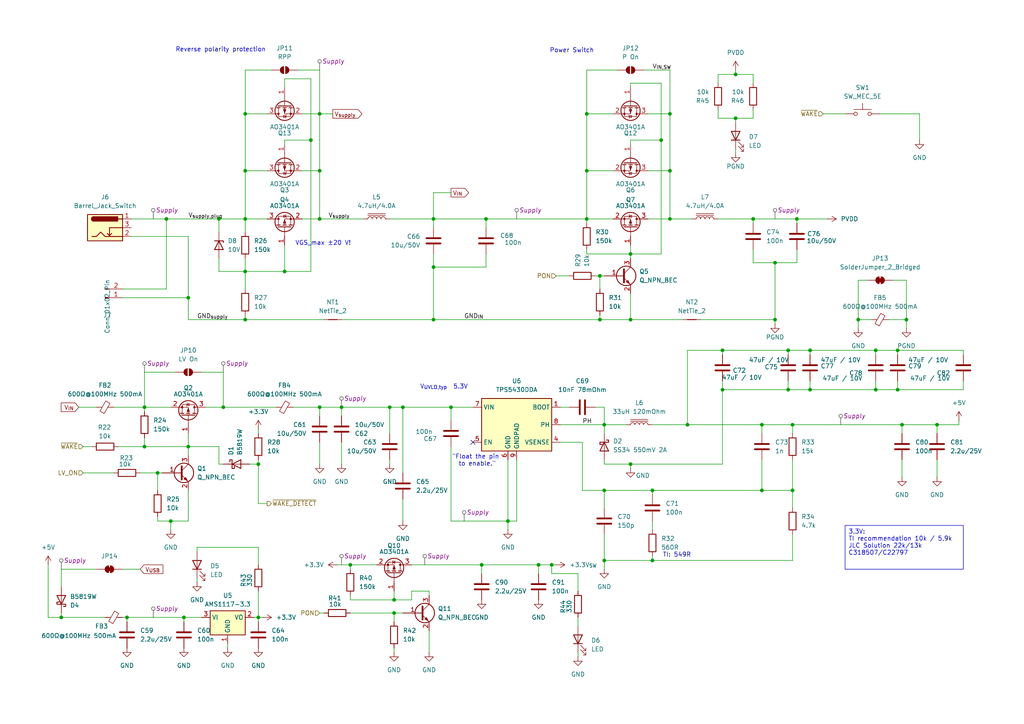
<source format=kicad_sch>
(kicad_sch (version 20231120) (generator "eeschema") (generator_version "8.0")
  (paper "A4")
  (junction (at 48.26 63.5))
  (junction (at 173.99 80.01))
  (junction (at 220.98 123.19))
  (junction (at 125.73 63.5))
  (junction (at 114.3 177.8))
  (junction (at 41.91 129.54))
  (junction (at 71.12 78.74))
  (junction (at 92.71 33.02))
  (junction (at 71.12 49.53))
  (junction (at 82.55 78.74))
  (junction (at 189.23 162.56))
  (junction (at 63.5 63.5))
  (junction (at 116.84 118.11))
  (junction (at 125.73 92.71))
  (junction (at 147.32 151.13))
  (junction (at 229.87 123.19))
  (junction (at 139.7 163.83))
  (junction (at 194.31 49.53))
  (junction (at 260.35 101.6))
  (junction (at 17.78 179.07))
  (junction (at 71.12 33.02))
  (junction (at 71.12 92.71))
  (junction (at 228.6 101.6))
  (junction (at 114.3 173.99))
  (junction (at 231.14 63.5))
  (junction (at 54.61 129.54))
  (junction (at 194.31 33.02))
  (junction (at 175.26 123.19))
  (junction (at 71.12 63.5))
  (junction (at 53.34 179.07))
  (junction (at 99.06 118.11))
  (junction (at 173.99 92.71))
  (junction (at 182.88 134.62))
  (junction (at 182.88 92.71))
  (junction (at 228.6 113.03))
  (junction (at 140.97 63.5))
  (junction (at 54.61 86.36))
  (junction (at 160.02 163.83))
  (junction (at 189.23 142.24))
  (junction (at 254 101.6))
  (junction (at 92.71 49.53))
  (junction (at 209.55 113.03))
  (junction (at 113.03 118.11))
  (junction (at 49.53 151.13))
  (junction (at 130.81 118.11))
  (junction (at 261.62 123.19))
  (junction (at 218.44 63.5))
  (junction (at 36.83 179.07))
  (junction (at 191.77 40.64))
  (junction (at 74.93 134.62))
  (junction (at 213.36 21.59))
  (junction (at 254 113.03))
  (junction (at 74.93 179.07))
  (junction (at 248.92 92.71))
  (junction (at 220.98 142.24))
  (junction (at 170.18 49.53))
  (junction (at 41.91 118.11))
  (junction (at 229.87 142.24))
  (junction (at 271.78 123.19))
  (junction (at 260.35 113.03))
  (junction (at 209.55 101.6))
  (junction (at 234.95 113.03))
  (junction (at 45.72 137.16))
  (junction (at 175.26 162.56))
  (junction (at 92.71 118.11))
  (junction (at 156.21 163.83))
  (junction (at 170.18 63.5))
  (junction (at 224.79 92.71))
  (junction (at 90.17 40.64))
  (junction (at 234.95 101.6))
  (junction (at 101.6 163.83))
  (junction (at 92.71 63.5))
  (junction (at 182.88 73.66))
  (junction (at 262.89 92.71))
  (junction (at 175.26 142.24))
  (junction (at 213.36 34.29))
  (junction (at 224.79 76.2))
  (junction (at 194.31 63.5))
  (junction (at 125.73 77.47))
  (junction (at 170.18 33.02))
  (junction (at 199.39 123.19))
  (junction (at 64.77 118.11))
  (no_connect (at 137.16 128.27))
  (wire (pts (xy 209.55 101.6) (xy 209.55 102.87)))
  (wire (pts (xy 45.72 137.16) (xy 45.72 142.24)))
  (wire (pts (xy 172.72 118.11) (xy 175.26 118.11)))
  (wire (pts (xy 182.88 73.66) (xy 182.88 74.93)))
  (wire (pts (xy 130.81 118.11) (xy 130.81 121.92)))
  (wire (pts (xy 66.04 187.96) (xy 66.04 186.69)))
  (wire (pts (xy 119.38 173.99) (xy 119.38 171.45)))
  (wire (pts (xy 229.87 133.35) (xy 229.87 142.24)))
  (wire (pts (xy 130.81 118.11) (xy 137.16 118.11)))
  (wire (pts (xy 228.6 113.03) (xy 234.95 113.03)))
  (wire (pts (xy 182.88 134.62) (xy 182.88 135.89)))
  (wire (pts (xy 140.97 77.47) (xy 125.73 77.47)))
  (wire (pts (xy 17.78 165.1) (xy 17.78 170.18)))
  (wire (pts (xy 22.86 118.11) (xy 27.94 118.11)))
  (wire (pts (xy 167.64 179.07) (xy 167.64 181.61)))
  (wire (pts (xy 218.44 76.2) (xy 224.79 76.2)))
  (wire (pts (xy 101.6 173.99) (xy 114.3 173.99)))
  (wire (pts (xy 208.28 34.29) (xy 213.36 34.29)))
  (wire (pts (xy 186.69 20.32) (xy 194.31 20.32)))
  (wire (pts (xy 209.55 110.49) (xy 209.55 113.03)))
  (wire (pts (xy 63.5 63.5) (xy 71.12 63.5)))
  (wire (pts (xy 194.31 33.02) (xy 194.31 49.53)))
  (wire (pts (xy 97.79 163.83) (xy 101.6 163.83)))
  (wire (pts (xy 17.78 177.8) (xy 17.78 179.07)))
  (wire (pts (xy 63.5 129.54) (xy 54.61 129.54)))
  (wire (pts (xy 218.44 21.59) (xy 213.36 21.59)))
  (wire (pts (xy 74.93 146.05) (xy 74.93 134.62)))
  (wire (pts (xy 199.39 101.6) (xy 209.55 101.6)))
  (wire (pts (xy 209.55 113.03) (xy 228.6 113.03)))
  (wire (pts (xy 92.71 177.8) (xy 93.98 177.8)))
  (wire (pts (xy 41.91 127) (xy 41.91 129.54)))
  (wire (pts (xy 175.26 118.11) (xy 175.26 123.19)))
  (wire (pts (xy 130.81 129.54) (xy 130.81 151.13)))
  (wire (pts (xy 63.5 78.74) (xy 63.5 74.93)))
  (wire (pts (xy 160.02 163.83) (xy 161.29 163.83)))
  (wire (pts (xy 63.5 63.5) (xy 63.5 67.31)))
  (wire (pts (xy 173.99 91.44) (xy 173.99 92.71)))
  (wire (pts (xy 125.73 73.66) (xy 125.73 77.47)))
  (wire (pts (xy 271.78 123.19) (xy 271.78 125.73)))
  (wire (pts (xy 99.06 118.11) (xy 99.06 120.65)))
  (wire (pts (xy 139.7 163.83) (xy 156.21 163.83)))
  (wire (pts (xy 71.12 49.53) (xy 77.47 49.53)))
  (wire (pts (xy 101.6 163.83) (xy 109.22 163.83)))
  (wire (pts (xy 54.61 86.36) (xy 54.61 92.71)))
  (wire (pts (xy 113.03 118.11) (xy 116.84 118.11)))
  (wire (pts (xy 71.12 78.74) (xy 71.12 83.82)))
  (wire (pts (xy 234.95 110.49) (xy 234.95 113.03)))
  (wire (pts (xy 59.69 118.11) (xy 64.77 118.11)))
  (wire (pts (xy 38.1 63.5) (xy 48.26 63.5)))
  (wire (pts (xy 170.18 20.32) (xy 179.07 20.32)))
  (wire (pts (xy 140.97 63.5) (xy 140.97 66.04)))
  (wire (pts (xy 278.13 123.19) (xy 278.13 121.92)))
  (wire (pts (xy 54.61 125.73) (xy 54.61 129.54)))
  (wire (pts (xy 125.73 55.88) (xy 130.81 55.88)))
  (wire (pts (xy 45.72 149.86) (xy 45.72 151.13)))
  (wire (pts (xy 224.79 76.2) (xy 224.79 92.71)))
  (wire (pts (xy 156.21 163.83) (xy 156.21 166.37)))
  (wire (pts (xy 259.08 81.28) (xy 262.89 81.28)))
  (wire (pts (xy 36.83 179.07) (xy 53.34 179.07)))
  (wire (pts (xy 38.1 68.58) (xy 54.61 68.58)))
  (wire (pts (xy 182.88 24.13) (xy 191.77 24.13)))
  (wire (pts (xy 175.26 147.32) (xy 175.26 142.24)))
  (wire (pts (xy 194.31 20.32) (xy 194.31 33.02)))
  (wire (pts (xy 262.89 92.71) (xy 262.89 95.25)))
  (wire (pts (xy 170.18 72.39) (xy 170.18 73.66)))
  (wire (pts (xy 156.21 163.83) (xy 160.02 163.83)))
  (wire (pts (xy 173.99 92.71) (xy 182.88 92.71)))
  (wire (pts (xy 92.71 63.5) (xy 92.71 49.53)))
  (wire (pts (xy 234.95 101.6) (xy 254 101.6)))
  (wire (pts (xy 85.09 118.11) (xy 92.71 118.11)))
  (wire (pts (xy 168.91 142.24) (xy 175.26 142.24)))
  (wire (pts (xy 208.28 63.5) (xy 218.44 63.5)))
  (wire (pts (xy 224.79 92.71) (xy 224.79 93.98)))
  (wire (pts (xy 218.44 24.13) (xy 218.44 21.59)))
  (wire (pts (xy 182.88 41.91) (xy 182.88 40.64)))
  (wire (pts (xy 213.36 43.18) (xy 213.36 44.45)))
  (wire (pts (xy 261.62 123.19) (xy 271.78 123.19)))
  (wire (pts (xy 220.98 123.19) (xy 220.98 125.73)))
  (wire (pts (xy 124.46 182.88) (xy 124.46 189.23)))
  (wire (pts (xy 114.3 173.99) (xy 119.38 173.99)))
  (wire (pts (xy 49.53 151.13) (xy 49.53 153.67)))
  (wire (pts (xy 74.93 163.83) (xy 74.93 158.75)))
  (wire (pts (xy 189.23 142.24) (xy 189.23 143.51)))
  (wire (pts (xy 189.23 162.56) (xy 175.26 162.56)))
  (wire (pts (xy 71.12 78.74) (xy 82.55 78.74)))
  (wire (pts (xy 191.77 40.64) (xy 191.77 73.66)))
  (wire (pts (xy 130.81 151.13) (xy 147.32 151.13)))
  (wire (pts (xy 114.3 187.96) (xy 114.3 189.23)))
  (wire (pts (xy 260.35 110.49) (xy 260.35 113.03)))
  (wire (pts (xy 71.12 74.93) (xy 71.12 78.74)))
  (wire (pts (xy 101.6 177.8) (xy 114.3 177.8)))
  (wire (pts (xy 170.18 63.5) (xy 140.97 63.5)))
  (wire (pts (xy 116.84 118.11) (xy 116.84 137.16)))
  (wire (pts (xy 78.74 20.32) (xy 71.12 20.32)))
  (wire (pts (xy 254 113.03) (xy 260.35 113.03)))
  (wire (pts (xy 74.93 133.35) (xy 74.93 134.62)))
  (wire (pts (xy 119.38 163.83) (xy 139.7 163.83)))
  (wire (pts (xy 147.32 133.35) (xy 147.32 151.13)))
  (wire (pts (xy 168.91 142.24) (xy 168.91 128.27)))
  (wire (pts (xy 189.23 151.13) (xy 189.23 153.67)))
  (wire (pts (xy 228.6 101.6) (xy 234.95 101.6)))
  (wire (pts (xy 90.17 78.74) (xy 82.55 78.74)))
  (wire (pts (xy 41.91 118.11) (xy 49.53 118.11)))
  (wire (pts (xy 64.77 118.11) (xy 80.01 118.11)))
  (wire (pts (xy 234.95 101.6) (xy 234.95 102.87)))
  (wire (pts (xy 71.12 33.02) (xy 77.47 33.02)))
  (wire (pts (xy 71.12 91.44) (xy 71.12 92.71)))
  (wire (pts (xy 231.14 76.2) (xy 231.14 72.39)))
  (wire (pts (xy 71.12 49.53) (xy 71.12 63.5)))
  (wire (pts (xy 167.64 171.45) (xy 167.64 166.37)))
  (wire (pts (xy 74.93 146.05) (xy 77.47 146.05)))
  (wire (pts (xy 74.93 179.07) (xy 74.93 180.34)))
  (wire (pts (xy 125.73 63.5) (xy 125.73 66.04)))
  (wire (pts (xy 26.67 129.54) (xy 24.13 129.54)))
  (wire (pts (xy 209.55 101.6) (xy 228.6 101.6)))
  (wire (pts (xy 40.64 165.1) (xy 35.56 165.1)))
  (wire (pts (xy 162.56 128.27) (xy 168.91 128.27)))
  (wire (pts (xy 125.73 92.71) (xy 173.99 92.71)))
  (wire (pts (xy 17.78 179.07) (xy 30.48 179.07)))
  (wire (pts (xy 35.56 86.36) (xy 54.61 86.36)))
  (wire (pts (xy 99.06 118.11) (xy 113.03 118.11)))
  (wire (pts (xy 82.55 71.12) (xy 82.55 78.74)))
  (wire (pts (xy 260.35 101.6) (xy 260.35 102.87)))
  (wire (pts (xy 170.18 63.5) (xy 177.8 63.5)))
  (wire (pts (xy 161.29 80.01) (xy 165.1 80.01)))
  (wire (pts (xy 262.89 81.28) (xy 262.89 92.71)))
  (wire (pts (xy 92.71 118.11) (xy 99.06 118.11)))
  (wire (pts (xy 213.36 20.32) (xy 213.36 21.59)))
  (wire (pts (xy 187.96 33.02) (xy 194.31 33.02)))
  (wire (pts (xy 54.61 92.71) (xy 71.12 92.71)))
  (wire (pts (xy 74.93 179.07) (xy 76.2 179.07)))
  (wire (pts (xy 189.23 161.29) (xy 189.23 162.56)))
  (wire (pts (xy 101.6 163.83) (xy 101.6 165.1)))
  (wire (pts (xy 271.78 138.43) (xy 271.78 133.35)))
  (wire (pts (xy 114.3 173.99) (xy 114.3 171.45)))
  (wire (pts (xy 125.73 63.5) (xy 140.97 63.5)))
  (wire (pts (xy 57.15 167.64) (xy 57.15 168.91)))
  (wire (pts (xy 175.26 134.62) (xy 182.88 134.62)))
  (wire (pts (xy 101.6 172.72) (xy 101.6 173.99)))
  (wire (pts (xy 92.71 118.11) (xy 92.71 120.65)))
  (wire (pts (xy 191.77 73.66) (xy 182.88 73.66)))
  (wire (pts (xy 64.77 107.95) (xy 64.77 118.11)))
  (wire (pts (xy 71.12 20.32) (xy 71.12 33.02)))
  (wire (pts (xy 34.29 129.54) (xy 41.91 129.54)))
  (wire (pts (xy 41.91 118.11) (xy 41.91 119.38)))
  (wire (pts (xy 41.91 129.54) (xy 54.61 129.54)))
  (wire (pts (xy 45.72 151.13) (xy 49.53 151.13)))
  (wire (pts (xy 229.87 125.73) (xy 229.87 123.19)))
  (wire (pts (xy 71.12 92.71) (xy 93.98 92.71)))
  (wire (pts (xy 147.32 151.13) (xy 147.32 153.67)))
  (wire (pts (xy 170.18 63.5) (xy 170.18 64.77)))
  (wire (pts (xy 13.97 179.07) (xy 17.78 179.07)))
  (wire (pts (xy 27.94 165.1) (xy 17.78 165.1)))
  (wire (pts (xy 254 101.6) (xy 260.35 101.6)))
  (wire (pts (xy 182.88 92.71) (xy 198.12 92.71)))
  (wire (pts (xy 167.64 166.37) (xy 160.02 166.37)))
  (wire (pts (xy 113.03 63.5) (xy 125.73 63.5)))
  (wire (pts (xy 82.55 41.91) (xy 82.55 40.64)))
  (wire (pts (xy 173.99 80.01) (xy 175.26 80.01)))
  (wire (pts (xy 92.71 49.53) (xy 92.71 33.02)))
  (wire (pts (xy 82.55 25.4) (xy 82.55 22.86)))
  (wire (pts (xy 218.44 34.29) (xy 213.36 34.29)))
  (wire (pts (xy 87.63 33.02) (xy 92.71 33.02)))
  (wire (pts (xy 140.97 77.47) (xy 140.97 73.66)))
  (wire (pts (xy 220.98 142.24) (xy 229.87 142.24)))
  (wire (pts (xy 254 110.49) (xy 254 113.03)))
  (wire (pts (xy 124.46 171.45) (xy 124.46 172.72)))
  (wire (pts (xy 218.44 63.5) (xy 218.44 64.77)))
  (wire (pts (xy 82.55 40.64) (xy 90.17 40.64)))
  (wire (pts (xy 208.28 21.59) (xy 208.28 24.13)))
  (wire (pts (xy 279.4 101.6) (xy 279.4 102.87)))
  (wire (pts (xy 90.17 22.86) (xy 90.17 40.64)))
  (wire (pts (xy 229.87 162.56) (xy 229.87 154.94)))
  (wire (pts (xy 189.23 142.24) (xy 220.98 142.24)))
  (wire (pts (xy 248.92 92.71) (xy 248.92 81.28)))
  (wire (pts (xy 87.63 49.53) (xy 92.71 49.53)))
  (wire (pts (xy 71.12 78.74) (xy 63.5 78.74)))
  (wire (pts (xy 218.44 31.75) (xy 218.44 34.29)))
  (wire (pts (xy 260.35 113.03) (xy 279.4 113.03)))
  (wire (pts (xy 114.3 177.8) (xy 116.84 177.8)))
  (wire (pts (xy 189.23 123.19) (xy 199.39 123.19)))
  (wire (pts (xy 224.79 76.2) (xy 231.14 76.2)))
  (wire (pts (xy 57.15 158.75) (xy 57.15 160.02)))
  (wire (pts (xy 170.18 49.53) (xy 170.18 63.5)))
  (wire (pts (xy 72.39 134.62) (xy 74.93 134.62)))
  (wire (pts (xy 41.91 107.95) (xy 50.8 107.95)))
  (wire (pts (xy 208.28 31.75) (xy 208.28 34.29)))
  (wire (pts (xy 257.81 92.71) (xy 262.89 92.71)))
  (wire (pts (xy 175.26 133.35) (xy 175.26 134.62)))
  (wire (pts (xy 167.64 189.23) (xy 167.64 190.5)))
  (wire (pts (xy 175.26 162.56) (xy 175.26 165.1)))
  (wire (pts (xy 53.34 180.34) (xy 53.34 179.07)))
  (wire (pts (xy 182.88 25.4) (xy 182.88 24.13)))
  (wire (pts (xy 252.73 92.71) (xy 248.92 92.71)))
  (wire (pts (xy 40.64 137.16) (xy 45.72 137.16)))
  (wire (pts (xy 261.62 123.19) (xy 261.62 125.73)))
  (wire (pts (xy 279.4 110.49) (xy 279.4 113.03)))
  (wire (pts (xy 271.78 123.19) (xy 278.13 123.19)))
  (wire (pts (xy 213.36 21.59) (xy 208.28 21.59)))
  (wire (pts (xy 87.63 63.5) (xy 92.71 63.5)))
  (wire (pts (xy 203.2 92.71) (xy 224.79 92.71)))
  (wire (pts (xy 99.06 128.27) (xy 99.06 134.62)))
  (wire (pts (xy 231.14 63.5) (xy 231.14 64.77)))
  (wire (pts (xy 125.73 92.71) (xy 125.73 77.47)))
  (wire (pts (xy 170.18 73.66) (xy 182.88 73.66)))
  (wire (pts (xy 231.14 63.5) (xy 240.03 63.5)))
  (wire (pts (xy 114.3 177.8) (xy 114.3 180.34)))
  (wire (pts (xy 187.96 63.5) (xy 194.31 63.5)))
  (wire (pts (xy 213.36 34.29) (xy 213.36 35.56)))
  (wire (pts (xy 113.03 134.62) (xy 113.03 133.35)))
  (wire (pts (xy 172.72 80.01) (xy 173.99 80.01)))
  (wire (pts (xy 189.23 162.56) (xy 229.87 162.56)))
  (wire (pts (xy 175.26 123.19) (xy 181.61 123.19)))
  (wire (pts (xy 160.02 166.37) (xy 160.02 163.83)))
  (wire (pts (xy 182.88 40.64) (xy 191.77 40.64)))
  (wire (pts (xy 248.92 92.71) (xy 248.92 95.25)))
  (wire (pts (xy 182.88 71.12) (xy 182.88 73.66)))
  (wire (pts (xy 74.93 171.45) (xy 74.93 179.07)))
  (wire (pts (xy 170.18 49.53) (xy 177.8 49.53)))
  (wire (pts (xy 248.92 81.28) (xy 251.46 81.28)))
  (wire (pts (xy 260.35 101.6) (xy 279.4 101.6)))
  (wire (pts (xy 261.62 138.43) (xy 261.62 133.35)))
  (wire (pts (xy 238.76 33.02) (xy 245.11 33.02)))
  (wire (pts (xy 33.02 118.11) (xy 41.91 118.11)))
  (wire (pts (xy 74.93 124.46) (xy 74.93 125.73)))
  (wire (pts (xy 36.83 179.07) (xy 36.83 180.34)))
  (wire (pts (xy 54.61 68.58) (xy 54.61 86.36)))
  (wire (pts (xy 99.06 92.71) (xy 125.73 92.71)))
  (wire (pts (xy 147.32 151.13) (xy 149.86 151.13)))
  (wire (pts (xy 74.93 158.75) (xy 57.15 158.75)))
  (wire (pts (xy 92.71 134.62) (xy 92.71 128.27)))
  (wire (pts (xy 220.98 133.35) (xy 220.98 142.24)))
  (wire (pts (xy 175.26 123.19) (xy 162.56 123.19)))
  (wire (pts (xy 54.61 129.54) (xy 54.61 132.08)))
  (wire (pts (xy 209.55 134.62) (xy 209.55 113.03)))
  (wire (pts (xy 255.27 33.02) (xy 266.7 33.02)))
  (wire (pts (xy 82.55 22.86) (xy 90.17 22.86)))
  (wire (pts (xy 71.12 33.02) (xy 71.12 49.53)))
  (wire (pts (xy 228.6 101.6) (xy 228.6 102.87)))
  (wire (pts (xy 175.26 123.19) (xy 175.26 125.73)))
  (wire (pts (xy 71.12 63.5) (xy 77.47 63.5)))
  (wire (pts (xy 63.5 134.62) (xy 63.5 129.54)))
  (wire (pts (xy 229.87 123.19) (xy 261.62 123.19)))
  (wire (pts (xy 229.87 142.24) (xy 229.87 147.32)))
  (wire (pts (xy 86.36 20.32) (xy 92.71 20.32)))
  (wire (pts (xy 187.96 49.53) (xy 194.31 49.53)))
  (wire (pts (xy 228.6 110.49) (xy 228.6 113.03)))
  (wire (pts (xy 54.61 142.24) (xy 54.61 151.13)))
  (wire (pts (xy 24.13 137.16) (xy 33.02 137.16)))
  (wire (pts (xy 149.86 133.35) (xy 149.86 151.13)))
  (wire (pts (xy 48.26 83.82) (xy 48.26 63.5)))
  (wire (pts (xy 116.84 144.78) (xy 116.84 151.13)))
  (wire (pts (xy 48.26 63.5) (xy 63.5 63.5)))
  (wire (pts (xy 90.17 40.64) (xy 90.17 78.74)))
  (wire (pts (xy 199.39 123.19) (xy 220.98 123.19)))
  (wire (pts (xy 92.71 33.02) (xy 96.52 33.02)))
  (wire (pts (xy 191.77 24.13) (xy 191.77 40.64)))
  (wire (pts (xy 170.18 33.02) (xy 177.8 33.02)))
  (wire (pts (xy 92.71 63.5) (xy 105.41 63.5)))
  (wire (pts (xy 234.95 113.03) (xy 254 113.03)))
  (wire (pts (xy 173.99 80.01) (xy 173.99 83.82)))
  (wire (pts (xy 125.73 63.5) (xy 125.73 55.88)))
  (wire (pts (xy 170.18 33.02) (xy 170.18 49.53)))
  (wire (pts (xy 124.46 171.45) (xy 119.38 171.45)))
  (wire (pts (xy 218.44 63.5) (xy 231.14 63.5)))
  (wire (pts (xy 218.44 72.39) (xy 218.44 76.2)))
  (wire (pts (xy 175.26 154.94) (xy 175.26 162.56)))
  (wire (pts (xy 45.72 137.16) (xy 46.99 137.16)))
  (wire (pts (xy 266.7 33.02) (xy 266.7 40.64)))
  (wire (pts (xy 182.88 134.62) (xy 209.55 134.62)))
  (wire (pts (xy 73.66 179.07) (xy 74.93 179.07)))
  (wire (pts (xy 49.53 151.13) (xy 54.61 151.13)))
  (wire (pts (xy 199.39 123.19) (xy 199.39 101.6)))
  (wire (pts (xy 116.84 118.11) (xy 130.81 118.11)))
  (wire (pts (xy 194.31 63.5) (xy 200.66 63.5)))
  (wire (pts (xy 182.88 85.09) (xy 182.88 92.71)))
  (wire (pts (xy 254 101.6) (xy 254 102.87)))
  (wire (pts (xy 41.91 107.95) (xy 41.91 118.11)))
  (wire (pts (xy 113.03 118.11) (xy 113.03 125.73)))
  (wire (pts (xy 92.71 33.02) (xy 92.71 20.32)))
  (wire (pts (xy 35.56 179.07) (xy 36.83 179.07)))
  (wire (pts (xy 220.98 123.19) (xy 229.87 123.19)))
  (wire (pts (xy 35.56 83.82) (xy 48.26 83.82)))
  (wire (pts (xy 139.7 163.83) (xy 139.7 166.37)))
  (wire (pts (xy 194.31 49.53) (xy 194.31 63.5)))
  (wire (pts (xy 58.42 107.95) (xy 64.77 107.95)))
  (wire (pts (xy 53.34 179.07) (xy 58.42 179.07)))
  (wire (pts (xy 71.12 63.5) (xy 71.12 67.31)))
  (wire (pts (xy 175.26 142.24) (xy 189.23 142.24)))
  (wire (pts (xy 170.18 20.32) (xy 170.18 33.02)))
  (wire (pts (xy 162.56 118.11) (xy 165.1 118.11)))
  (wire (pts (xy 13.97 179.07) (xy 13.97 163.83)))
  (wire (pts (xy 64.77 134.62) (xy 63.5 134.62)))
  (text_box "3,3V:\nTI recommendation 10k / 5,9k\nJLC Solution 22k/13k C318507/C22797\n" (at 245.11 152.4 0) (size 34.29 12.7) (effects (font (size 1.27 1.27)) (justify left top)))
  (text "Power Switch" (at 165.862 14.732 0) (effects (font (size 1.27 1.27))))
  (text "VGS_max ±20 V!" (at 93.726 70.612 0) (effects (font (size 1.27 1.27))))
  (text "Reverse polarity protection" (at 64.008 14.478 0) (effects (font (size 1.27 1.27))))
  (text "\"Float the pin \nto enable.\"" (at 138.43 133.604 0) (effects (font (size 1.27 1.27))))
  (text "TI: 549R" (at 196.342 161.036 0) (effects (font (size 1.27 1.27))))
  (text "V_{UVLO,typ}  5.3V" (at 128.778 112.268 0) (effects (font (size 1.27 1.27))))
  (label "V_{IN,SW}" (at 189.23 20.32 0))
  (label "GND_{IN}" (at 134.62 92.71 0))
  (label "GND_{supply}" (at 57.15 92.71 0))
  (label "PH" (at 168.91 123.19 0))
  (label "V_{supply}" (at 95.25 63.5 0))
  (label "V_{supply,plug}" (at 54.61 63.5 0))
  (global_label "V_{IN}" (shape output) (at 130.81 55.88 0) (property "Intersheetrefs" "${INTERSHEET_REFS}" (effects (hide yes))))
  (global_label "V_{supply}" (shape output) (at 96.52 33.02 0) (property "Intersheetrefs" "${INTERSHEET_REFS}" (effects (hide yes))))
  (global_label "V_{IN}" (shape input) (at 22.86 118.11 180) (property "Intersheetrefs" "${INTERSHEET_REFS}" (effects (hide yes))))
  (global_label "V_{USB}" (shape input) (at 40.64 165.1 0) (property "Intersheetrefs" "${INTERSHEET_REFS}" (effects (hide yes))))
  (hierarchical_label "~{WAKE}" (shape input) (at 24.13 129.54 180))
  (hierarchical_label "LV_ON" (shape input) (at 24.13 137.16 180))
  (hierarchical_label "PON" (shape input) (at 161.29 80.01 180))
  (hierarchical_label "~{WAKE}" (shape input) (at 238.76 33.02 180))
  (hierarchical_label "PON" (shape input) (at 92.71 177.8 180))
  (hierarchical_label "~{WAKE_DETECT}" (shape output) (at 77.47 146.05 0))
  (netclass_flag "" (length 2.54) (shape round) (at 243.84 123.19 0) (property "Netclass" "Supply" (at 244.5385 120.65 0) (effects (font (italic yes)) (justify left))))
  (netclass_flag "" (length 2.54) (shape round) (at 92.71 20.32 0) (property "Netclass" "Supply" (at 93.4085 17.78 0) (effects (font (italic yes)) (justify left))))
  (netclass_flag "" (length 2.54) (shape round) (at 99.06 163.83 0) (property "Netclass" "Supply" (at 99.7585 161.29 0) (effects (font (italic yes)) (justify left))))
  (netclass_flag "" (length 2.54) (shape round) (at 64.77 107.95 0) (property "Netclass" "Supply" (at 65.4685 105.41 0) (effects (font (italic yes)) (justify left))))
  (netclass_flag "" (length 2.54) (shape round) (at 17.78 165.1 0) (property "Netclass" "Supply" (at 18.4785 162.56 0) (effects (font (italic yes)) (justify left))))
  (netclass_flag "" (length 2.54) (shape round) (at 44.45 179.07 0) (property "Netclass" "Supply" (at 45.1485 176.53 0) (effects (font (italic yes)) (justify left))))
  (netclass_flag "" (length 2.54) (shape round) (at 149.86 63.5 0) (property "Netclass" "Supply" (at 150.5585 60.96 0) (effects (font (italic yes)) (justify left))))
  (netclass_flag "" (length 2.54) (shape round) (at 41.91 107.95 0) (property "Netclass" "Supply" (at 42.6085 105.41 0) (effects (font (italic yes)) (justify left))))
  (netclass_flag "" (length 2.54) (shape round) (at 123.19 163.83 0) (property "Netclass" "Supply" (at 123.8885 161.29 0) (effects (font (italic yes)) (justify left))))
  (netclass_flag "" (length 2.54) (shape round) (at 134.62 151.13 0) (property "Netclass" "Supply" (at 135.3185 148.59 0) (effects (font (italic yes)) (justify left))))
  (netclass_flag "" (length 2.54) (shape round) (at 99.06 118.11 0) (property "Netclass" "Supply" (at 99.7585 115.57 0) (effects (font (italic yes)) (justify left))))
  (netclass_flag "" (length 2.54) (shape round) (at 224.79 63.5 0) (property "Netclass" "Supply" (at 225.4885 60.96 0) (effects (font (italic yes)) (justify left))))
  (netclass_flag "" (length 2.54) (shape round) (at 44.45 63.5 0) (property "Netclass" "Supply" (at 45.1485 60.96 0) (effects (font (italic yes)) (justify left))))
  (symbol (lib_id "Device:LED") (at 57.15 163.83 90) (unit 1)
    (property "Reference" "D5" (at 60.96 164.1474 90) (effects (justify right)))
    (property "Value" "LED" (at 60.96 166.6874 90) (effects (justify right)))
    (property "Footprint" "LED_SMD:LED_0603_1608Metric" (effects (hide yes)))
    (property "Description" "Light emitting diode" (effects (hide yes)))
  )
  (symbol (lib_id "power:GND") (at 175.26 165.1 0) (unit 1)
    (property "Reference" "#PWR093" (effects (hide yes)))
    (property "Value" "GND" (at 175.26 170.18 0))
    (property "Description" "Power symbol creates a global label with name \"GND\" , ground" (effects (hide yes)))
  )
  (symbol (lib_id "Device:C") (at 113.03 129.54 0) (mirror y) (unit 1)
    (property "Reference" "C63" (at 109.22 128.2699 0) (effects (justify left)))
    (property "Value" "10u/50V" (at 109.22 130.8099 0) (effects (justify left)))
    (property "Footprint" "Capacitor_SMD:C_1206_3216Metric" (effects (hide yes)))
    (property "Description" "Unpolarized capacitor" (effects (hide yes)))
  )
  (symbol (lib_id "power:+3.3V") (at 161.29 163.83 270) (unit 1)
    (property "Reference" "#PWR0121" (effects (hide yes)))
    (property "Value" "+3.3V_{SW}" (at 165.1 163.8299 90) (effects (justify left)))
    (property "Description" "Power symbol creates a global label with name \"+3.3V\"" (effects (hide yes)))
  )
  (symbol (lib_id "power:+24V") (at 213.36 20.32 0) (unit 1)
    (property "Reference" "#PWR0130" (effects (hide yes)))
    (property "Value" "PVDD" (at 213.36 15.24 0))
    (property "Description" "Power symbol creates a global label with name \"+24V\"" (effects (hide yes)))
  )
  (symbol (lib_id "Device:D_Zener") (at 63.5 71.12 270) (unit 1)
    (property "Reference" "D8" (at 66.04 69.8499 90) (effects (justify left)))
    (property "Value" "10V" (at 66.04 72.3899 90) (effects (justify left)))
    (property "Description" "Zener diode" (effects (hide yes)))
  )
  (symbol (lib_id "Device:R") (at 208.28 27.94 180) (unit 1)
    (property "Reference" "R45" (at 205.74 29.2101 0) (effects (justify left)))
    (property "Value" "10k" (at 205.74 26.6701 0) (effects (justify left)))
    (property "Footprint" "Resistor_SMD:R_0603_1608Metric" (effects (hide yes)))
    (property "Description" "Resistor" (effects (hide yes)))
  )
  (symbol (lib_id "Device:NetTie_2") (at 200.66 92.71 0) (unit 1) (in_bom no)
    (property "Reference" "NT2" (at 200.66 87.63 0))
    (property "Value" "NetTie_2" (at 200.66 90.17 0))
    (property "Footprint" "NetTie:NetTie-2_SMD_Pad2.0mm" (effects (hide yes)))
    (property "Description" "Net tie, 2 pins" (effects (hide yes)))
  )
  (symbol (lib_id "power:+3.3V") (at 74.93 124.46 0) (unit 1)
    (property "Reference" "#PWR082" (effects (hide yes)))
    (property "Value" "+3.3V" (at 74.93 119.38 0))
    (property "Description" "Power symbol creates a global label with name \"+3.3V\"" (effects (hide yes)))
  )
  (symbol (lib_id "Device:R") (at 229.87 129.54 0) (unit 1)
    (property "Reference" "R33" (at 232.41 128.2699 0) (effects (justify left)))
    (property "Value" "15k" (at 232.41 130.8099 0) (effects (justify left)))
    (property "Footprint" "Resistor_SMD:R_0603_1608Metric" (effects (hide yes)))
    (property "Description" "Resistor" (effects (hide yes)))
    (property "JLCPCB#" "C22809" (effects (hide yes)))
  )
  (symbol (lib_id "power:GND") (at 266.7 40.64 0) (unit 1)
    (property "Reference" "#PWR0132" (effects (hide yes)))
    (property "Value" "GND" (at 266.7 45.72 0))
    (property "Description" "Power symbol creates a global label with name \"GND\" , ground" (effects (hide yes)))
  )
  (symbol (lib_id "Device:C") (at 254 106.68 0) (mirror y) (unit 1)
    (property "Reference" "C78" (at 250.19 108.204 0) (effects (justify left)))
    (property "Value" "47uF / 10V" (at 250.19 109.7279 0) (effects (justify left)))
    (property "Footprint" "Capacitor_SMD:C_1206_3216Metric" (effects (hide yes)))
    (property "Description" "Unpolarized capacitor" (effects (hide yes)))
    (property "JLCPCB#" "C96123" (effects (hide yes)))
  )
  (symbol (lib_id "Device:C") (at 189.23 147.32 0) (unit 1)
    (property "Reference" "C71" (at 193.04 146.0499 0) (effects (justify left)))
    (property "Value" "100n" (at 193.04 148.5899 0) (effects (justify left)))
    (property "Footprint" "Capacitor_SMD:C_0603_1608Metric" (effects (hide yes)))
    (property "Description" "Unpolarized capacitor" (effects (hide yes)))
  )
  (symbol (lib_id "Device:Q_NPN_BEC") (at 52.07 137.16 0) (unit 1)
    (property "Reference" "Q1" (at 57.15 135.8899 0) (effects (justify left)))
    (property "Value" "Q_NPN_BEC" (at 57.15 138.4299 0) (effects (justify left)))
    (property "Footprint" "Package_TO_SOT_SMD:SOT-23" (effects (hide yes)))
    (property "Description" "NPN transistor, base/emitter/collector" (effects (hide yes)))
  )
  (symbol (lib_id "Regulator_Linear:AMS1117-3.3") (at 66.04 179.07 0) (unit 1)
    (property "Reference" "U5" (at 66.04 172.72 0))
    (property "Value" "AMS1117-3.3" (at 66.04 175.26 0))
    (property "Footprint" "Package_TO_SOT_SMD:SOT-223-3_TabPin2" (effects (hide yes)))
    (property "Datasheet" "http://www.advanced-monolithic.com/pdf/ds1117.pdf" (effects (hide yes)))
    (property "Description" "1A Low Dropout regulator, positive, 3.3V fixed output, SOT-223" (effects (hide yes)))
  )
  (symbol (lib_id "power:GND") (at 74.93 187.96 0) (unit 1)
    (property "Reference" "#PWR089" (effects (hide yes)))
    (property "Value" "GND" (at 74.93 193.04 0))
    (property "Description" "Power symbol creates a global label with name \"GND\" , ground" (effects (hide yes)))
  )
  (symbol (lib_id "Device:R") (at 41.91 123.19 0) (unit 1)
    (property "Reference" "R24" (at 44.45 121.9199 0) (effects (justify left)))
    (property "Value" "150k" (at 44.45 124.4599 0) (effects (justify left)))
    (property "Footprint" "Resistor_SMD:R_0603_1608Metric" (effects (hide yes)))
    (property "Description" "Resistor" (effects (hide yes)))
  )
  (symbol (lib_id "Device:C") (at 74.93 184.15 0) (unit 1)
    (property "Reference" "C64" (at 78.74 182.8799 0) (effects (justify left)))
    (property "Value" "100n" (at 78.74 185.4199 0) (effects (justify left)))
    (property "Footprint" "Capacitor_SMD:C_0603_1608Metric" (effects (hide yes)))
    (property "Description" "Unpolarized capacitor" (effects (hide yes)))
  )
  (symbol (lib_id "Device:C") (at 218.44 68.58 0) (unit 1)
    (property "Reference" "C74" (at 222.25 67.3099 0) (effects (justify left)))
    (property "Value" "100n" (at 222.25 69.8499 0) (effects (justify left)))
    (property "Footprint" "Capacitor_SMD:C_0603_1608Metric" (effects (hide yes)))
    (property "Description" "Unpolarized capacitor" (effects (hide yes)))
  )
  (symbol (lib_id "power:GND") (at 147.32 153.67 0) (unit 1)
    (property "Reference" "#PWR092" (effects (hide yes)))
    (property "Value" "GND" (at 147.32 158.75 0))
    (property "Description" "Power symbol creates a global label with name \"GND\" , ground" (effects (hide yes)))
  )
  (symbol (lib_id "Device:C") (at 261.62 129.54 0) (unit 1)
    (property "Reference" "C80" (at 265.43 128.2699 0) (effects (justify left)))
    (property "Value" "100n" (at 265.43 130.8099 0) (effects (justify left)))
    (property "Footprint" "Capacitor_SMD:C_0603_1608Metric" (effects (hide yes)))
    (property "Description" "Unpolarized capacitor" (effects (hide yes)))
  )
  (symbol (lib_id "Device:R") (at 30.48 129.54 90) (unit 1)
    (property "Reference" "R22" (at 32.258 123.952 90) (effects (justify left)))
    (property "Value" "10k" (at 32.258 126.492 90) (effects (justify left)))
    (property "Footprint" "Resistor_SMD:R_0603_1608Metric" (effects (hide yes)))
    (property "Description" "Resistor" (effects (hide yes)))
  )
  (symbol (lib_id "Transistor_FET:AO3401A") (at 82.55 46.99 90) (mirror x) (unit 1)
    (property "Reference" "Q3" (at 82.55 55.118 90))
    (property "Value" "AO3401A" (at 82.55 53.34 90))
    (property "Footprint" "Package_TO_SOT_SMD:SOT-23" (effects (hide yes)))
    (property "Datasheet" "http://www.aosmd.com/pdfs/datasheet/AO3401A.pdf" (effects (hide yes)))
    (property "Description" "-4.0A Id, -30V Vds, P-Channel MOSFET, SOT-23" (effects (hide yes)))
    (property "JLCPCB#" "C15127" (effects (hide yes)))
  )
  (symbol (lib_id "Device:C") (at 92.71 124.46 0) (mirror y) (unit 1)
    (property "Reference" "C61" (at 88.9 123.1899 0) (effects (justify left)))
    (property "Value" "10u/50V" (at 88.9 125.7299 0) (effects (justify left)))
    (property "Footprint" "Capacitor_SMD:C_1206_3216Metric" (effects (hide yes)))
    (property "Description" "Unpolarized capacitor" (effects (hide yes)))
  )
  (symbol (lib_id "Device:C") (at 228.6 106.68 0) (mirror x) (unit 1)
    (property "Reference" "C75" (at 221.742 106.426 0) (effects (justify left)))
    (property "Value" "47uF / 10V" (at 217.17 104.394 0) (effects (justify left)))
    (property "Footprint" "Capacitor_SMD:C_1206_3216Metric" (effects (hide yes)))
    (property "Description" "Unpolarized capacitor" (effects (hide yes)))
    (property "JLCPCB#" "C96123" (effects (hide yes)))
  )
  (symbol (lib_id "Device:C") (at 260.35 106.68 0) (mirror x) (unit 1)
    (property "Reference" "C79" (at 263.398 106.1719 0) (effects (justify left)))
    (property "Value" "47uF / 10V" (at 263.398 104.394 0) (effects (justify left)))
    (property "Footprint" "Capacitor_SMD:C_1206_3216Metric" (effects (hide yes)))
    (property "Description" "Unpolarized capacitor" (effects (hide yes)))
    (property "JLCPCB#" "C96123" (effects (hide yes)))
  )
  (symbol (lib_id "power:GND") (at 114.3 189.23 0) (unit 1)
    (property "Reference" "#PWR0124" (effects (hide yes)))
    (property "Value" "GND" (at 114.3 194.31 0))
    (property "Description" "Power symbol creates a global label with name \"GND\" , ground" (effects (hide yes)))
  )
  (symbol (lib_id "Transistor_FET:AO3401A") (at 82.55 30.48 90) (mirror x) (unit 1)
    (property "Reference" "Q13" (at 82.55 38.608 90))
    (property "Value" "AO3401A" (at 82.55 36.83 90))
    (property "Footprint" "Package_TO_SOT_SMD:SOT-23" (effects (hide yes)))
    (property "Datasheet" "http://www.aosmd.com/pdfs/datasheet/AO3401A.pdf" (effects (hide yes)))
    (property "Description" "-4.0A Id, -30V Vds, P-Channel MOSFET, SOT-23" (effects (hide yes)))
    (property "JLCPCB#" "C15127" (effects (hide yes)))
  )
  (symbol (lib_id "power:GND") (at 116.84 151.13 0) (unit 1)
    (property "Reference" "#PWR091" (effects (hide yes)))
    (property "Value" "GND" (at 116.84 156.21 0))
    (property "Description" "Power symbol creates a global label with name \"GND\" , ground" (effects (hide yes)))
  )
  (symbol (lib_id "Transistor_FET:AO3401A") (at 182.88 66.04 270) (mirror x) (unit 1)
    (property "Reference" "Q7" (at 182.88 57.912 90))
    (property "Value" "AO3401A" (at 182.88 59.69 90))
    (property "Footprint" "Package_TO_SOT_SMD:SOT-23" (effects (hide yes)))
    (property "Datasheet" "http://www.aosmd.com/pdfs/datasheet/AO3401A.pdf" (effects (hide yes)))
    (property "Description" "-4.0A Id, -30V Vds, P-Channel MOSFET, SOT-23" (effects (hide yes)))
    (property "JLCPCB#" "C15127" (effects (hide yes)))
  )
  (symbol (lib_id "Device:R") (at 167.64 175.26 180) (unit 1)
    (property "Reference" "R44" (at 163.322 173.99 90) (effects (justify left)))
    (property "Value" "330" (at 165.1 173.9901 90) (effects (justify left)))
    (property "Footprint" "Resistor_SMD:R_0603_1608Metric" (effects (hide yes)))
    (property "Description" "Resistor" (effects (hide yes)))
    (property "JLCPCB#" "C23138" (effects (hide yes)))
  )
  (symbol (lib_id "power:GND") (at 182.88 135.89 0) (unit 1)
    (property "Reference" "#PWR094" (effects (hide yes)))
    (property "Value" "GND" (at 186.436 137.922 0))
    (property "Description" "Power symbol creates a global label with name \"GND\" , ground" (effects (hide yes)))
  )
  (symbol (lib_id "Device:FerriteBead_Small") (at 33.02 179.07 90) (unit 1)
    (property "Reference" "FB3" (at 29.464 181.61 90))
    (property "Value" "600Ω@100MHz 500mA" (at 22.86 184.404 90))
    (property "Footprint" "Inductor_SMD:L_0805_2012Metric" (effects (hide yes)))
    (property "Description" "Ferrite bead, small symbol" (effects (hide yes)))
    (property "JLCPCB#" "C1017" (effects (hide yes)))
  )
  (symbol (lib_id "Device:R") (at 74.93 129.54 0) (unit 1)
    (property "Reference" "R28" (at 77.47 128.2699 0) (effects (justify left)))
    (property "Value" "10k" (at 77.47 130.8099 0) (effects (justify left)))
    (property "Footprint" "Resistor_SMD:R_0603_1608Metric" (effects (hide yes)))
    (property "Description" "Resistor" (effects (hide yes)))
  )
  (symbol (lib_id "Device:R") (at 173.99 87.63 0) (unit 1)
    (property "Reference" "R31" (at 176.53 86.3599 0) (effects (justify left)))
    (property "Value" "10k" (at 176.53 88.8999 0) (effects (justify left)))
    (property "Footprint" "Resistor_SMD:R_0603_1608Metric" (effects (hide yes)))
    (property "Description" "Resistor" (effects (hide yes)))
  )
  (symbol (lib_id "power:GND") (at 99.06 134.62 0) (unit 1)
    (property "Reference" "#PWR086" (effects (hide yes)))
    (property "Value" "GND" (at 99.06 139.7 0))
    (property "Description" "Power symbol creates a global label with name \"GND\" , ground" (effects (hide yes)))
  )
  (symbol (lib_id "Device:LED") (at 167.64 185.42 90) (unit 1)
    (property "Reference" "D6" (at 171.45 185.7374 90) (effects (justify right)))
    (property "Value" "LED" (at 171.45 188.2774 90) (effects (justify right)))
    (property "Footprint" "LED_SMD:LED_0603_1608Metric" (effects (hide yes)))
    (property "Description" "Light emitting diode" (effects (hide yes)))
  )
  (symbol (lib_id "Device:D_Schottky") (at 17.78 173.99 270) (mirror x) (unit 1)
    (property "Reference" "D4" (at 20.32 175.5776 90) (effects (justify left)))
    (property "Value" "B5819W" (at 20.32 173.0376 90) (effects (justify left)))
    (property "Footprint" "Diode_SMD:D_SOD-123" (effects (hide yes)))
    (property "Description" "Schottky diode" (effects (hide yes)))
    (property "JLCPCB#" "C8598" (effects (hide yes)))
  )
  (symbol (lib_id "Device:FerriteBead_Small") (at 82.55 118.11 90) (unit 1)
    (property "Reference" "FB4" (at 82.5119 111.76 90))
    (property "Value" "600Ω@100MHz 500mA" (at 82.5119 114.3 90))
    (property "Footprint" "Inductor_SMD:L_0805_2012Metric" (effects (hide yes)))
    (property "Description" "Ferrite bead, small symbol" (effects (hide yes)))
    (property "JLCPCB#" "C1017" (effects (hide yes)))
  )
  (symbol (lib_id "Jumper:SolderJumper_2_Open") (at 54.61 107.95 0) (unit 1) (exclude_from_sim yes) (in_bom no)
    (property "Reference" "JP10" (at 54.61 101.6 0))
    (property "Value" "LV On" (at 54.61 104.14 0))
    (property "Footprint" "Jumper:SolderJumper-2_P1.3mm_Open_RoundedPad1.0x1.5mm" (effects (hide yes)))
    (property "Description" "Solder Jumper, 2-pole, open" (effects (hide yes)))
  )
  (symbol (lib_id "power:+3.3V") (at 97.79 163.83 90) (unit 1)
    (property "Reference" "#PWR0122" (effects (hide yes)))
    (property "Value" "+3.3V" (at 93.98 163.8299 90) (effects (justify left)))
    (property "Description" "Power symbol creates a global label with name \"+3.3V\"" (effects (hide yes)))
  )
  (symbol (lib_id "Device:R") (at 101.6 168.91 0) (unit 1)
    (property "Reference" "R40" (at 104.14 167.6399 0) (effects (justify left)))
    (property "Value" "150k" (at 104.14 170.1799 0) (effects (justify left)))
    (property "Footprint" "Resistor_SMD:R_0603_1608Metric" (effects (hide yes)))
    (property "Description" "Resistor" (effects (hide yes)))
  )
  (symbol (lib_id "power:GND") (at 139.7 173.99 0) (unit 1)
    (property "Reference" "#PWR0125" (effects (hide yes)))
    (property "Value" "GND" (at 139.7 179.07 0))
    (property "Description" "Power symbol creates a global label with name \"GND\" , ground" (effects (hide yes)))
  )
  (symbol (lib_id "Device:C") (at 168.91 118.11 90) (unit 1)
    (property "Reference" "C69" (at 168.91 110.49 90))
    (property "Value" "10nF 78mOhm" (at 168.91 113.03 90))
    (property "Footprint" "Capacitor_SMD:C_0603_1608Metric" (effects (hide yes)))
    (property "Description" "Unpolarized capacitor" (effects (hide yes)))
  )
  (symbol (lib_id "Jumper:SolderJumper_2_Open") (at 182.88 20.32 0) (unit 1) (exclude_from_sim yes) (in_bom no)
    (property "Reference" "JP12" (at 182.88 13.97 0))
    (property "Value" "P On" (at 182.88 16.51 0))
    (property "Footprint" "Jumper:SolderJumper-2_P1.3mm_Open_RoundedPad1.0x1.5mm" (effects (hide yes)))
    (property "Description" "Solder Jumper, 2-pole, open" (effects (hide yes)))
  )
  (symbol (lib_id "Device:C") (at 209.55 106.68 0) (mirror y) (unit 1)
    (property "Reference" "C72" (at 216.408 107.442 0) (effects (justify left)))
    (property "Value" "47uF / 10V" (at 220.98 109.474 0) (effects (justify left)))
    (property "Footprint" "Capacitor_SMD:C_1206_3216Metric" (effects (hide yes)))
    (property "Description" "Unpolarized capacitor" (effects (hide yes)))
    (property "JLCPCB#" "C96123" (effects (hide yes)))
  )
  (symbol (lib_id "power:GND1") (at 224.79 93.98 0) (unit 1)
    (property "Reference" "#PWR095" (effects (hide yes)))
    (property "Value" "PGND" (at 224.79 97.79 0))
    (property "Description" "Power symbol creates a global label with name \"GND1\" , ground" (effects (hide yes)))
  )
  (symbol (lib_id "Switch:SW_Push") (at 250.19 33.02 0) (unit 1)
    (property "Reference" "SW1" (at 250.19 25.4 0))
    (property "Value" "SW_MEC_5E" (at 250.19 27.94 0))
    (property "Footprint" "Button_Switch_SMD:SW_Push_1P1T_XKB_TS-1187A" (effects (hide yes)))
    (property "Description" "Push button switch, generic, two pins" (effects (hide yes)))
    (property "JLCPCB#" "C318884" (effects (hide yes)))
  )
  (symbol (lib_id "Device:R") (at 189.23 157.48 0) (unit 1)
    (property "Reference" "R32" (at 191.77 156.2099 0) (effects (justify left)))
    (property "Value" "560R" (at 191.77 158.7499 0) (effects (justify left)))
    (property "Footprint" "Resistor_SMD:R_0603_1608Metric" (effects (hide yes)))
    (property "Description" "Resistor" (effects (hide yes)))
  )
  (symbol (lib_id "Jumper:SolderJumper_2_Bridged") (at 255.27 81.28 0) (unit 1) (exclude_from_sim yes) (in_bom no)
    (property "Reference" "JP13" (at 255.27 74.93 0))
    (property "Value" "SolderJumper_2_Bridged" (at 255.27 77.47 0))
    (property "Footprint" "Jumper:SolderJumper-2_P1.3mm_Bridged2Bar_RoundedPad1.0x1.5mm" (effects (hide yes)))
    (property "Description" "Solder Jumper, 2-pole, closed/bridged" (effects (hide yes)))
  )
  (symbol (lib_id "Device:C") (at 99.06 124.46 0) (mirror x) (unit 1)
    (property "Reference" "C62" (at 102.87 125.7301 0) (effects (justify left)))
    (property "Value" "10u/50V" (at 102.87 123.1901 0) (effects (justify left)))
    (property "Footprint" "Capacitor_SMD:C_1206_3216Metric" (effects (hide yes)))
    (property "Description" "Unpolarized capacitor" (effects (hide yes)))
  )
  (symbol (lib_id "Device:FerriteBead_Small") (at 255.27 92.71 90) (unit 1)
    (property "Reference" "FB5" (at 255.2319 86.36 90))
    (property "Value" "600Ω@100MHz 500mA" (at 255.2319 88.9 90))
    (property "Footprint" "Inductor_SMD:L_0805_2012Metric" (effects (hide yes)))
    (property "Description" "Ferrite bead, small symbol" (effects (hide yes)))
    (property "JLCPCB#" "C1017" (effects (hide yes)))
  )
  (symbol (lib_id "power:GND") (at 113.03 134.62 0) (unit 1)
    (property "Reference" "#PWR088" (effects (hide yes)))
    (property "Value" "GND" (at 113.03 139.7 0))
    (property "Description" "Power symbol creates a global label with name \"GND\" , ground" (effects (hide yes)))
  )
  (symbol (lib_id "Device:R") (at 71.12 71.12 0) (unit 1)
    (property "Reference" "R26" (at 73.66 69.8499 0) (effects (justify left)))
    (property "Value" "150k" (at 73.66 72.3899 0) (effects (justify left)))
    (property "Footprint" "Resistor_SMD:R_0603_1608Metric" (effects (hide yes)))
    (property "Description" "Resistor" (effects (hide yes)))
  )
  (symbol (lib_id "Device:C") (at 53.34 184.15 0) (unit 1)
    (property "Reference" "C60" (at 57.15 182.8799 0) (effects (justify left)))
    (property "Value" "100n" (at 57.15 185.4199 0) (effects (justify left)))
    (property "Footprint" "Capacitor_SMD:C_0603_1608Metric" (effects (hide yes)))
    (property "Description" "Unpolarized capacitor" (effects (hide yes)))
  )
  (symbol (lib_id "Transistor_FET:AO3401A") (at 182.88 46.99 270) (unit 1)
    (property "Reference" "Q6" (at 182.88 55.118 90))
    (property "Value" "AO3401A" (at 182.88 53.34 90))
    (property "Footprint" "Package_TO_SOT_SMD:SOT-23" (effects (hide yes)))
    (property "Datasheet" "http://www.aosmd.com/pdfs/datasheet/AO3401A.pdf" (effects (hide yes)))
    (property "Description" "-4.0A Id, -30V Vds, P-Channel MOSFET, SOT-23" (effects (hide yes)))
    (property "JLCPCB#" "C15127" (effects (hide yes)))
  )
  (symbol (lib_id "power:GND") (at 66.04 187.96 0) (unit 1)
    (property "Reference" "#PWR087" (effects (hide yes)))
    (property "Value" "GND" (at 66.04 193.04 0))
    (property "Description" "Power symbol creates a global label with name \"GND\" , ground" (effects (hide yes)))
  )
  (symbol (lib_id "power:GND") (at 53.34 187.96 0) (unit 1)
    (property "Reference" "#PWR084" (effects (hide yes)))
    (property "Value" "GND" (at 53.34 193.04 0))
    (property "Description" "Power symbol creates a global label with name \"GND\" , ground" (effects (hide yes)))
  )
  (symbol (lib_id "power:GND") (at 248.92 95.25 0) (unit 1)
    (property "Reference" "#PWR097" (effects (hide yes)))
    (property "Value" "GND" (at 248.92 100.33 0))
    (property "Description" "Power symbol creates a global label with name \"GND\" , ground" (effects (hide yes)))
  )
  (symbol (lib_id "Device:R") (at 97.79 177.8 90) (unit 1)
    (property "Reference" "R41" (at 99.06 173.482 90) (effects (justify left)))
    (property "Value" "10k" (at 99.0599 175.26 90) (effects (justify left)))
    (property "Footprint" "Resistor_SMD:R_0603_1608Metric" (effects (hide yes)))
    (property "Description" "Resistor" (effects (hide yes)))
  )
  (symbol (lib_id "Device:Q_NPN_BEC") (at 121.92 177.8 0) (unit 1)
    (property "Reference" "Q11" (at 127 176.5299 0) (effects (justify left)))
    (property "Value" "Q_NPN_BEC" (at 127 179.0699 0) (effects (justify left)))
    (property "Footprint" "Package_TO_SOT_SMD:SOT-23" (effects (hide yes)))
    (property "Description" "NPN transistor, base/emitter/collector" (effects (hide yes)))
  )
  (symbol (lib_id "power:+5V") (at 13.97 163.83 0) (unit 1)
    (property "Reference" "#PWR081" (effects (hide yes)))
    (property "Value" "+5V" (at 13.97 158.75 0))
    (property "Description" "Power symbol creates a global label with name \"+5V\"" (effects (hide yes)))
  )
  (symbol (lib_id "Regulator_Switching:TPS5430DDA") (at 149.86 123.19 0) (unit 1)
    (property "Reference" "U6" (at 149.86 110.49 0))
    (property "Value" "TPS5430DDA" (at 149.86 113.03 0))
    (property "Footprint" "Package_SO:TI_SO-PowerPAD-8_ThermalVias" (effects (hide yes)))
    (property "Datasheet" "http://www.ti.com/lit/ds/symlink/tps5430.pdf" (effects (hide yes)))
    (property "Description" "3A, Step Down Swift Converter, Adjustable Output Voltage, 5.5-36V Input Voltage, PowerSO-8" (effects (hide yes)))
    (property "JLCPCB#" "C9864" (effects (hide yes)))
    (property "JLCPCB" "https://jlcpcb.com/partdetail/TexasInstruments-TPS5430DDAR/C9864" (effects (hide yes)))
  )
  (symbol (lib_id "Device:C") (at 130.81 125.73 180) (unit 1)
    (property "Reference" "C67" (at 126.746 127.254 0) (effects (justify left)))
    (property "Value" "100n" (at 125.476 125.222 0) (effects (justify left)))
    (property "Footprint" "Capacitor_SMD:C_0603_1608Metric" (effects (hide yes)))
    (property "Description" "Unpolarized capacitor" (effects (hide yes)))
  )
  (symbol (lib_id "Device:FerriteBead_Small") (at 30.48 118.11 90) (unit 1)
    (property "Reference" "FB2" (at 30.4419 111.76 90))
    (property "Value" "600Ω@100MHz 500mA" (at 30.4419 114.3 90))
    (property "Footprint" "Inductor_SMD:L_0805_2012Metric" (effects (hide yes)))
    (property "Description" "Ferrite bead, small symbol" (effects (hide yes)))
    (property "JLCPCB#" "C1017" (effects (hide yes)))
  )
  (symbol (lib_id "Device:NetTie_2") (at 96.52 92.71 0) (unit 1) (in_bom no)
    (property "Reference" "NT1" (at 96.52 87.63 0))
    (property "Value" "NetTie_2" (at 96.52 90.17 0))
    (property "Footprint" "NetTie:NetTie-2_SMD_Pad2.0mm" (effects (hide yes)))
    (property "Description" "Net tie, 2 pins" (effects (hide yes)))
  )
  (symbol (lib_id "Transistor_FET:AO3401A") (at 114.3 166.37 270) (mirror x) (unit 1)
    (property "Reference" "Q10" (at 114.3 158.242 90))
    (property "Value" "AO3401A" (at 114.3 160.02 90))
    (property "Footprint" "Package_TO_SOT_SMD:SOT-23" (effects (hide yes)))
    (property "Datasheet" "http://www.aosmd.com/pdfs/datasheet/AO3401A.pdf" (effects (hide yes)))
    (property "Description" "-4.0A Id, -30V Vds, P-Channel MOSFET, SOT-23" (effects (hide yes)))
    (property "JLCPCB#" "C15127" (effects (hide yes)))
  )
  (symbol (lib_id "Device:R") (at 36.83 137.16 90) (unit 1)
    (property "Reference" "R23" (at 38.608 132.842 90) (effects (justify left)))
    (property "Value" "10k" (at 38.0999 134.62 90) (effects (justify left)))
    (property "Footprint" "Resistor_SMD:R_0603_1608Metric" (effects (hide yes)))
    (property "Description" "Resistor" (effects (hide yes)))
  )
  (symbol (lib_id "power:GND") (at 49.53 153.67 0) (unit 1)
    (property "Reference" "#PWR080" (effects (hide yes)))
    (property "Value" "GND" (at 49.53 158.75 0))
    (property "Description" "Power symbol creates a global label with name \"GND\" , ground" (effects (hide yes)))
  )
  (symbol (lib_id "Device:C") (at 139.7 170.18 0) (unit 1)
    (property "Reference" "C90" (at 143.51 168.9099 0) (effects (justify left)))
    (property "Value" "2.2u/25V" (at 143.51 171.4499 0) (effects (justify left)))
    (property "Footprint" "Capacitor_SMD:C_0805_2012Metric" (effects (hide yes)))
    (property "Description" "Unpolarized capacitor" (effects (hide yes)))
  )
  (symbol (lib_id "Device:R") (at 74.93 167.64 180) (unit 1)
    (property "Reference" "R43" (at 70.612 166.37 90) (effects (justify left)))
    (property "Value" "330" (at 72.39 166.3701 90) (effects (justify left)))
    (property "Footprint" "Resistor_SMD:R_0603_1608Metric" (effects (hide yes)))
    (property "Description" "Resistor" (effects (hide yes)))
    (property "JLCPCB#" "C23138" (effects (hide yes)))
  )
  (symbol (lib_id "Jumper:SolderJumper_2_Bridged") (at 31.75 165.1 180) (unit 1) (exclude_from_sim yes) (in_bom no)
    (property "Reference" "JP14" (at 31.75 161.29 0))
    (property "Value" "SolderJumper_2_Bridged" (effects (hide yes)))
    (property "Footprint" "Jumper:SolderJumper-2_P1.3mm_Bridged_RoundedPad1.0x1.5mm" (effects (hide yes)))
    (property "Description" "Solder Jumper, 2-pole, closed/bridged" (effects (hide yes)))
  )
  (symbol (lib_id "Device:L_Iron") (at 185.42 123.19 90) (unit 1)
    (property "Reference" "L6" (at 185.42 116.84 90))
    (property "Value" "33uH 120mOhm" (at 185.42 119.38 90))
    (property "Footprint" "Inductor_SMD:L_Chilisin_BMRB00060612" (effects (hide yes)))
    (property "Description" "Inductor with iron core" (effects (hide yes)))
    (property "reichelt" "L-PIS2816 27µ" (effects (hide yes)))
    (property "mfr" "PIS2816-270M-04" (effects (hide yes)))
    (property "jlcpcb" "C475526" (effects (hide yes)))
  )
  (symbol (lib_id "Device:C") (at 36.83 184.15 0) (unit 1)
    (property "Reference" "C59" (at 40.64 182.8799 0) (effects (justify left)))
    (property "Value" "2.2u/25V" (at 40.64 185.4199 0) (effects (justify left)))
    (property "Footprint" "Capacitor_SMD:C_0805_2012Metric" (effects (hide yes)))
    (property "Description" "Unpolarized capacitor" (effects (hide yes)))
  )
  (symbol (lib_id "Connector:Barrel_Jack_Switch") (at 30.48 66.04 0) (unit 1)
    (property "Reference" "J6" (at 30.48 57.15 0))
    (property "Value" "Barrel_Jack_Switch" (at 30.48 59.69 0))
    (property "Footprint" "Connector_BarrelJack:BarrelJack_CUI_PJ-102AH_Horizontal" (effects (hide yes)))
    (property "Description" "DC Barrel Jack with an internal switch" (effects (hide yes)))
    (property "reichelt#" "CLIFF FCR681465P" (effects (hide yes)))
  )
  (symbol (lib_id "Device:C") (at 156.21 170.18 0) (unit 1)
    (property "Reference" "C91" (at 160.02 168.9099 0) (effects (justify left)))
    (property "Value" "100n" (at 160.02 171.4499 0) (effects (justify left)))
    (property "Footprint" "Capacitor_SMD:C_0603_1608Metric" (effects (hide yes)))
    (property "Description" "Unpolarized capacitor" (effects (hide yes)))
  )
  (symbol (lib_id "Device:R") (at 168.91 80.01 90) (unit 1)
    (property "Reference" "R29" (at 167.6399 77.47 0) (effects (justify left)))
    (property "Value" "10k" (at 170.1799 77.47 0) (effects (justify left)))
    (property "Footprint" "Resistor_SMD:R_0603_1608Metric" (effects (hide yes)))
    (property "Description" "Resistor" (effects (hide yes)))
  )
  (symbol (lib_id "Transistor_FET:AO3401A") (at 182.88 30.48 270) (unit 1)
    (property "Reference" "Q12" (at 182.88 38.608 90))
    (property "Value" "AO3401A" (at 182.88 36.83 90))
    (property "Footprint" "Package_TO_SOT_SMD:SOT-23" (effects (hide yes)))
    (property "Datasheet" "http://www.aosmd.com/pdfs/datasheet/AO3401A.pdf" (effects (hide yes)))
    (property "Description" "-4.0A Id, -30V Vds, P-Channel MOSFET, SOT-23" (effects (hide yes)))
    (property "JLCPCB#" "C15127" (effects (hide yes)))
  )
  (symbol (lib_id "Device:C") (at 234.95 106.68 0) (mirror x) (unit 1)
    (property "Reference" "C77" (at 237.998 106.1719 0) (effects (justify left)))
    (property "Value" "47uF / 10V" (at 237.998 104.394 0) (effects (justify left)))
    (property "Footprint" "Capacitor_SMD:C_1206_3216Metric" (effects (hide yes)))
    (property "Description" "Unpolarized capacitor" (effects (hide yes)))
    (property "JLCPCB#" "C96123" (effects (hide yes)))
  )
  (symbol (lib_id "Device:L_Iron") (at 109.22 63.5 90) (unit 1)
    (property "Reference" "L5" (at 109.22 57.15 90))
    (property "Value" "4.7uH/4.0A" (at 109.22 59.69 90))
    (property "Footprint" "Inductor:L_Radial_D12.0mm_P5+6+7.00mm_Fastron_11P" (effects (hide yes)))
    (property "Description" "Inductor with iron core" (effects (hide yes)))
    (property "reichelt#" "L-07HCP 4,7µ" (effects (hide yes)))
    (property "mfr#" "07HCP-4R7M-50" (effects (hide yes)))
  )
  (symbol (lib_id "power:GND") (at 261.62 138.43 0) (unit 1)
    (property "Reference" "#PWR098" (effects (hide yes)))
    (property "Value" "GND" (at 261.62 143.51 0))
    (property "Description" "Power symbol creates a global label with name \"GND\" , ground" (effects (hide yes)))
  )
  (symbol (lib_id "Device:LED") (at 213.36 39.37 90) (unit 1)
    (property "Reference" "D7" (at 217.17 39.6874 90) (effects (justify right)))
    (property "Value" "LED" (at 217.17 42.2274 90) (effects (justify right)))
    (property "Footprint" "LED_SMD:LED_0603_1608Metric" (effects (hide yes)))
    (property "Description" "Light emitting diode" (effects (hide yes)))
  )
  (symbol (lib_id "Device:C") (at 175.26 151.13 0) (unit 1)
    (property "Reference" "C70" (at 179.07 149.8599 0) (effects (justify left)))
    (property "Value" "150p" (at 179.07 152.3999 0) (effects (justify left)))
    (property "Footprint" "Capacitor_SMD:C_0603_1608Metric" (effects (hide yes)))
    (property "Description" "Unpolarized capacitor" (effects (hide yes)))
  )
  (symbol (lib_id "Transistor_FET:AO3401A") (at 54.61 120.65 270) (mirror x) (unit 1)
    (property "Reference" "Q2" (at 54.61 112.522 90))
    (property "Value" "AO3401A" (at 54.61 114.3 90))
    (property "Footprint" "Package_TO_SOT_SMD:SOT-23" (effects (hide yes)))
    (property "Datasheet" "http://www.aosmd.com/pdfs/datasheet/AO3401A.pdf" (effects (hide yes)))
    (property "Description" "-4.0A Id, -30V Vds, P-Channel MOSFET, SOT-23" (effects (hide yes)))
    (property "JLCPCB#" "C15127" (effects (hide yes)))
  )
  (symbol (lib_id "Device:C") (at 116.84 140.97 0) (unit 1)
    (property "Reference" "C65" (at 120.65 139.6999 0) (effects (justify left)))
    (property "Value" "2.2u/25V" (at 120.65 142.2399 0) (effects (justify left)))
    (property "Footprint" "Capacitor_SMD:C_0805_2012Metric" (effects (hide yes)))
    (property "Description" "Unpolarized capacitor" (effects (hide yes)))
  )
  (symbol (lib_id "power:GND") (at 57.15 168.91 0) (unit 1)
    (property "Reference" "#PWR0131" (effects (hide yes)))
    (property "Value" "GND" (at 57.15 173.99 0))
    (property "Description" "Power symbol creates a global label with name \"GND\" , ground" (effects (hide yes)))
  )
  (symbol (lib_id "Device:C") (at 231.14 68.58 0) (mirror y) (unit 1)
    (property "Reference" "C76" (at 237.998 67.818 0) (effects (justify left)))
    (property "Value" "10u/50V" (at 242.57 69.85 0) (effects (justify left)))
    (property "Footprint" "Capacitor_SMD:C_1206_3216Metric" (effects (hide yes)))
    (property "Description" "Unpolarized capacitor" (effects (hide yes)))
  )
  (symbol (lib_id "power:GND") (at 36.83 187.96 0) (unit 1)
    (property "Reference" "#PWR083" (effects (hide yes)))
    (property "Value" "GND" (at 36.83 193.04 0))
    (property "Description" "Power symbol creates a global label with name \"GND\" , ground" (effects (hide yes)))
  )
  (symbol (lib_id "power:+5V") (at 278.13 121.92 0) (unit 1)
    (property "Reference" "#PWR0101" (effects (hide yes)))
    (property "Value" "+5V" (at 278.13 116.84 0))
    (property "Description" "Power symbol creates a global label with name \"+5V\"" (effects (hide yes)))
  )
  (symbol (lib_id "Device:R") (at 170.18 68.58 0) (unit 1)
    (property "Reference" "R30" (at 172.72 67.3099 0) (effects (justify left)))
    (property "Value" "150k" (at 172.72 69.8499 0) (effects (justify left)))
    (property "Footprint" "Resistor_SMD:R_0603_1608Metric" (effects (hide yes)))
    (property "Description" "Resistor" (effects (hide yes)))
  )
  (symbol (lib_id "Device:R") (at 45.72 146.05 0) (unit 1)
    (property "Reference" "R25" (at 48.26 144.7799 0) (effects (justify left)))
    (property "Value" "10k" (at 48.26 147.3199 0) (effects (justify left)))
    (property "Footprint" "Resistor_SMD:R_0603_1608Metric" (effects (hide yes)))
    (property "Description" "Resistor" (effects (hide yes)))
  )
  (symbol (lib_id "Device:R") (at 114.3 184.15 0) (unit 1)
    (property "Reference" "R42" (at 116.84 182.8799 0) (effects (justify left)))
    (property "Value" "10k" (at 116.84 185.4199 0) (effects (justify left)))
    (property "Footprint" "Resistor_SMD:R_0603_1608Metric" (effects (hide yes)))
    (property "Description" "Resistor" (effects (hide yes)))
  )
  (symbol (lib_id "power:+3.3V") (at 76.2 179.07 270) (unit 1)
    (property "Reference" "#PWR090" (effects (hide yes)))
    (property "Value" "+3.3V" (at 80.01 179.0699 90) (effects (justify left)))
    (property "Description" "Power symbol creates a global label with name \"+3.3V\"" (effects (hide yes)))
  )
  (symbol (lib_id "power:GND") (at 167.64 190.5 0) (unit 1)
    (property "Reference" "#PWR0133" (effects (hide yes)))
    (property "Value" "GND" (at 167.64 195.58 0))
    (property "Description" "Power symbol creates a global label with name \"GND\" , ground" (effects (hide yes)))
  )
  (symbol (lib_id "power:+24V") (at 240.03 63.5 270) (unit 1)
    (property "Reference" "#PWR096" (effects (hide yes)))
    (property "Value" "PVDD" (at 243.84 63.4999 90) (effects (justify left)))
    (property "Description" "Power symbol creates a global label with name \"+24V\"" (effects (hide yes)))
  )
  (symbol (lib_id "Device:R") (at 229.87 151.13 0) (unit 1)
    (property "Reference" "R34" (at 232.41 149.8599 0) (effects (justify left)))
    (property "Value" "4.7k" (at 232.41 152.3999 0) (effects (justify left)))
    (property "Footprint" "Resistor_SMD:R_0603_1608Metric" (effects (hide yes)))
    (property "Description" "Resistor" (effects (hide yes)))
    (property "JLCPCB#" "C23162" (effects (hide yes)))
  )
  (symbol (lib_id "Transistor_FET:AO3401A") (at 82.55 66.04 90) (unit 1)
    (property "Reference" "Q4" (at 82.55 57.912 90))
    (property "Value" "AO3401A" (at 82.55 59.69 90))
    (property "Footprint" "Package_TO_SOT_SMD:SOT-23" (effects (hide yes)))
    (property "Datasheet" "http://www.aosmd.com/pdfs/datasheet/AO3401A.pdf" (effects (hide yes)))
    (property "Description" "-4.0A Id, -30V Vds, P-Channel MOSFET, SOT-23" (effects (hide yes)))
    (property "JLCPCB#" "C15127" (effects (hide yes)))
  )
  (symbol (lib_id "Connector:Conn_01x02_Pin") (at 30.48 86.36 0) (mirror x) (unit 1)
    (property "Reference" "J7" (at 31.115 91.44 0))
    (property "Value" "Conn_01x02_Pin" (at 31.115 88.9 90))
    (property "Footprint" "Connector_Phoenix_MC:PhoenixContact_MC_1,5_2-G-3.5_1x02_P3.50mm_Horizontal" (effects (hide yes)))
    (property "Description" "Generic connector, single row, 01x02, script generated" (effects (hide yes)))
  )
  (symbol (lib_id "Device:R") (at 71.12 87.63 0) (unit 1)
    (property "Reference" "R27" (at 73.66 86.3599 0) (effects (justify left)))
    (property "Value" "10k" (at 73.66 88.8999 0) (effects (justify left)))
    (property "Footprint" "Resistor_SMD:R_0603_1608Metric" (effects (hide yes)))
    (property "Description" "Resistor" (effects (hide yes)))
  )
  (symbol (lib_id "Device:L_Iron") (at 204.47 63.5 90) (unit 1)
    (property "Reference" "L7" (at 204.47 57.15 90))
    (property "Value" "4.7uH/4.0A" (at 204.47 59.69 90))
    (property "Footprint" "Inductor:L_Radial_D12.0mm_P5+6+7.00mm_Fastron_11P" (effects (hide yes)))
    (property "Description" "Inductor with iron core" (effects (hide yes)))
    (property "reichelt#" "L-07HCP 4,7µ" (effects (hide yes)))
    (property "mfr#" "07HCP-4R7M-50" (effects (hide yes)))
  )
  (symbol (lib_id "power:GND") (at 124.46 189.23 0) (unit 1)
    (property "Reference" "#PWR0123" (effects (hide yes)))
    (property "Value" "GND" (at 124.46 194.31 0))
    (property "Description" "Power symbol creates a global label with name \"GND\" , ground" (effects (hide yes)))
  )
  (symbol (lib_id "Jumper:SolderJumper_2_Open") (at 82.55 20.32 0) (unit 1) (exclude_from_sim yes) (in_bom no)
    (property "Reference" "JP11" (at 82.55 13.97 0))
    (property "Value" "RPP" (at 82.55 16.51 0))
    (property "Footprint" "Jumper:SolderJumper-2_P1.3mm_Open_RoundedPad1.0x1.5mm" (effects (hide yes)))
    (property "Description" "Solder Jumper, 2-pole, open" (effects (hide yes)))
  )
  (symbol (lib_id "Device:R") (at 218.44 27.94 180) (unit 1)
    (property "Reference" "R46" (at 215.9 29.2101 0) (effects (justify left)))
    (property "Value" "10k" (at 215.9 26.6701 0) (effects (justify left)))
    (property "Footprint" "Resistor_SMD:R_0603_1608Metric" (effects (hide yes)))
    (property "Description" "Resistor" (effects (hide yes)))
  )
  (symbol (lib_id "Device:C") (at 271.78 129.54 0) (unit 1)
    (property "Reference" "C81" (at 275.59 128.2699 0) (effects (justify left)))
    (property "Value" "2.2u/25V" (at 275.59 130.8099 0) (effects (justify left)))
    (property "Footprint" "Capacitor_SMD:C_0805_2012Metric" (effects (hide yes)))
    (property "Description" "Unpolarized capacitor" (effects (hide yes)))
  )
  (symbol (lib_id "Device:Q_NPN_BEC") (at 180.34 80.01 0) (unit 1)
    (property "Reference" "Q5" (at 185.42 78.74 0) (effects (justify left)))
    (property "Value" "Q_NPN_BEC" (at 185.42 81.2799 0) (effects (justify left)))
    (property "Footprint" "Package_TO_SOT_SMD:SOT-23" (effects (hide yes)))
    (property "Description" "NPN transistor, base/emitter/collector" (effects (hide yes)))
  )
  (symbol (lib_id "power:GND1") (at 262.89 95.25 0) (unit 1)
    (property "Reference" "#PWR099" (effects (hide yes)))
    (property "Value" "PGND" (at 262.89 100.33 0))
    (property "Description" "Power symbol creates a global label with name \"GND1\" , ground" (effects (hide yes)))
  )
  (symbol (lib_id "Device:C") (at 125.73 69.85 0) (mirror y) (unit 1)
    (property "Reference" "C66" (at 121.92 68.5799 0) (effects (justify left)))
    (property "Value" "10u/50V" (at 121.92 71.1199 0) (effects (justify left)))
    (property "Footprint" "Capacitor_SMD:C_1206_3216Metric" (effects (hide yes)))
    (property "Description" "Unpolarized capacitor" (effects (hide yes)))
  )
  (symbol (lib_id "power:GND") (at 271.78 138.43 0) (unit 1)
    (property "Reference" "#PWR0100" (effects (hide yes)))
    (property "Value" "GND" (at 271.78 143.51 0))
    (property "Description" "Power symbol creates a global label with name \"GND\" , ground" (effects (hide yes)))
  )
  (symbol (lib_id "Device:D_Schottky") (at 68.58 134.62 0) (unit 1)
    (property "Reference" "D1" (at 66.9924 132.08 90) (effects (justify left)))
    (property "Value" "B5819W" (at 69.5324 132.08 90) (effects (justify left)))
    (property "Footprint" "Diode_SMD:D_SOD-123" (effects (hide yes)))
    (property "Description" "Schottky diode" (effects (hide yes)))
    (property "JLCPCB#" "C8598" (effects (hide yes)))
  )
  (symbol (lib_id "Device:C") (at 220.98 129.54 0) (unit 1)
    (property "Reference" "C73" (at 224.79 128.2699 0) (effects (justify left)))
    (property "Value" "1n" (at 224.79 130.8099 0) (effects (justify left)))
    (property "Footprint" "Capacitor_SMD:C_0603_1608Metric" (effects (hide yes)))
    (property "Description" "Unpolarized capacitor" (effects (hide yes)))
  )
  (symbol (lib_id "Device:C") (at 140.97 69.85 0) (unit 1)
    (property "Reference" "C68" (at 145.034 68.326 0) (effects (justify left)))
    (property "Value" "100n" (at 146.304 70.358 0) (effects (justify left)))
    (property "Footprint" "Capacitor_SMD:C_0603_1608Metric" (effects (hide yes)))
    (property "Description" "Unpolarized capacitor" (effects (hide yes)))
  )
  (symbol (lib_id "Device:C") (at 279.4 106.68 0) (mirror y) (unit 1)
    (property "Reference" "C82" (at 275.59 108.204 0) (effects (justify left)))
    (property "Value" "47uF / 10V" (at 275.59 109.7279 0) (effects (justify left)))
    (property "Footprint" "Capacitor_SMD:C_1206_3216Metric" (effects (hide yes)))
    (property "Description" "Unpolarized capacitor" (effects (hide yes)))
    (property "JLCPCB#" "C96123" (effects (hide yes)))
  )
  (symbol (lib_id "power:GND1") (at 213.36 44.45 0) (unit 1)
    (property "Reference" "#PWR0134" (effects (hide yes)))
    (property "Value" "PGND" (at 213.36 48.26 0))
    (property "Description" "Power symbol creates a global label with name \"GND1\" , ground" (effects (hide yes)))
  )
  (symbol (lib_id "Device:D_Schottky") (at 175.26 129.54 270) (unit 1)
    (property "Reference" "D2" (at 177.8 127.9524 90) (effects (justify left)))
    (property "Value" "SS34 550mV 2A" (at 177.8 130.4924 90) (effects (justify left)))
    (property "Footprint" "Diode_SMD:D_SMA" (effects (hide yes)))
    (property "Datasheet" "https://wmsc.lcsc.com/wmsc/upload/file/pdf/v2/lcsc/2303141100_MDD-Microdiode-Electronics-SS34_C8678.pdf" (effects (hide yes)))
    (property "Description" "Schottky diode" (effects (hide yes)))
    (property "JLCPCB#" "C8678" (effects (hide yes)))
    (property "JLCPCB" "https://jlcpcb.com/partdetail/mdd_microdiode_electronics-SS34/C8678" (effects (hide yes)))
  )
  (symbol (lib_id "power:GND") (at 156.21 173.99 0) (unit 1)
    (property "Reference" "#PWR0126" (effects (hide yes)))
    (property "Value" "GND" (at 156.21 179.07 0))
    (property "Description" "Power symbol creates a global label with name \"GND\" , ground" (effects (hide yes)))
  )
  (symbol (lib_id "power:GND") (at 92.71 134.62 0) (unit 1)
    (property "Reference" "#PWR085" (effects (hide yes)))
    (property "Value" "GND" (at 92.71 139.7 0))
    (property "Description" "Power symbol creates a global label with name \"GND\" , ground" (effects (hide yes)))
  )
)
</source>
